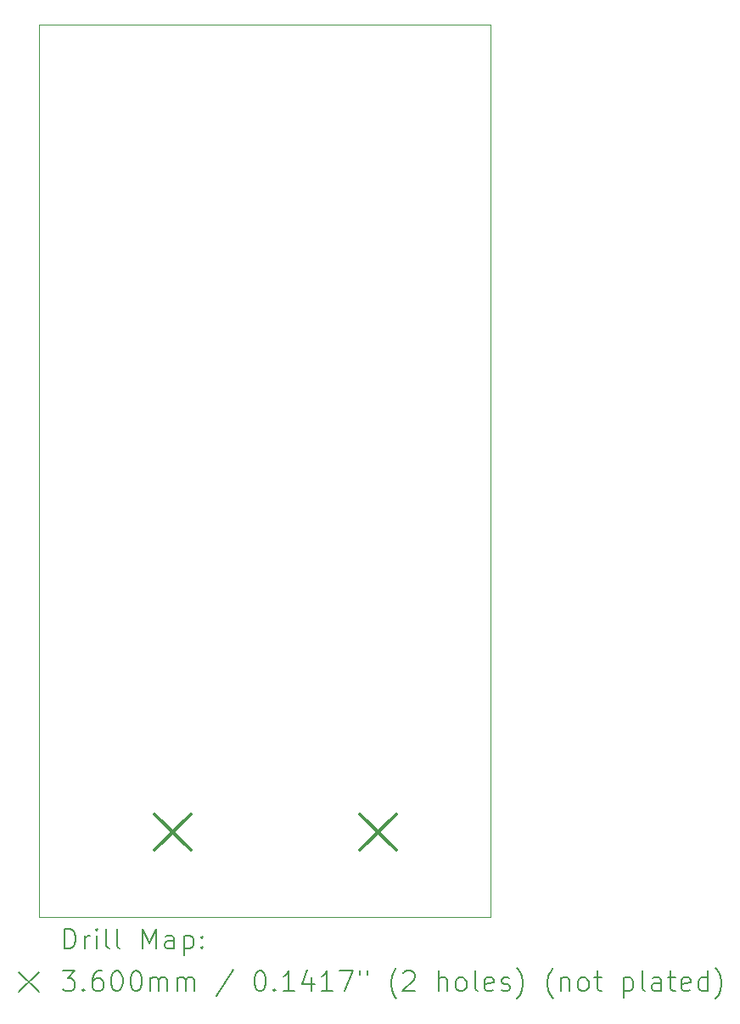
<source format=gbr>
%FSLAX45Y45*%
G04 Gerber Fmt 4.5, Leading zero omitted, Abs format (unit mm)*
G04 Created by KiCad (PCBNEW (6.0.5)) date 2022-08-02 11:39:34*
%MOMM*%
%LPD*%
G01*
G04 APERTURE LIST*
%TA.AperFunction,Profile*%
%ADD10C,0.100000*%
%TD*%
%ADD11C,0.200000*%
%ADD12C,0.360000*%
G04 APERTURE END LIST*
D10*
X9955000Y-5990000D02*
X14455000Y-5990000D01*
X14455000Y-5990000D02*
X14455000Y-14890000D01*
X14455000Y-14890000D02*
X9955000Y-14890000D01*
X9955000Y-14890000D02*
X9955000Y-5990000D01*
D11*
D12*
X11105000Y-13862000D02*
X11465000Y-14222000D01*
X11465000Y-13862000D02*
X11105000Y-14222000D01*
X13155000Y-13862000D02*
X13515000Y-14222000D01*
X13515000Y-13862000D02*
X13155000Y-14222000D01*
D11*
X10207619Y-15205476D02*
X10207619Y-15005476D01*
X10255238Y-15005476D01*
X10283810Y-15015000D01*
X10302857Y-15034048D01*
X10312381Y-15053095D01*
X10321905Y-15091190D01*
X10321905Y-15119762D01*
X10312381Y-15157857D01*
X10302857Y-15176905D01*
X10283810Y-15195952D01*
X10255238Y-15205476D01*
X10207619Y-15205476D01*
X10407619Y-15205476D02*
X10407619Y-15072143D01*
X10407619Y-15110238D02*
X10417143Y-15091190D01*
X10426667Y-15081667D01*
X10445714Y-15072143D01*
X10464762Y-15072143D01*
X10531429Y-15205476D02*
X10531429Y-15072143D01*
X10531429Y-15005476D02*
X10521905Y-15015000D01*
X10531429Y-15024524D01*
X10540952Y-15015000D01*
X10531429Y-15005476D01*
X10531429Y-15024524D01*
X10655238Y-15205476D02*
X10636190Y-15195952D01*
X10626667Y-15176905D01*
X10626667Y-15005476D01*
X10760000Y-15205476D02*
X10740952Y-15195952D01*
X10731429Y-15176905D01*
X10731429Y-15005476D01*
X10988571Y-15205476D02*
X10988571Y-15005476D01*
X11055238Y-15148333D01*
X11121905Y-15005476D01*
X11121905Y-15205476D01*
X11302857Y-15205476D02*
X11302857Y-15100714D01*
X11293333Y-15081667D01*
X11274286Y-15072143D01*
X11236190Y-15072143D01*
X11217143Y-15081667D01*
X11302857Y-15195952D02*
X11283809Y-15205476D01*
X11236190Y-15205476D01*
X11217143Y-15195952D01*
X11207619Y-15176905D01*
X11207619Y-15157857D01*
X11217143Y-15138809D01*
X11236190Y-15129286D01*
X11283809Y-15129286D01*
X11302857Y-15119762D01*
X11398095Y-15072143D02*
X11398095Y-15272143D01*
X11398095Y-15081667D02*
X11417143Y-15072143D01*
X11455238Y-15072143D01*
X11474286Y-15081667D01*
X11483809Y-15091190D01*
X11493333Y-15110238D01*
X11493333Y-15167381D01*
X11483809Y-15186428D01*
X11474286Y-15195952D01*
X11455238Y-15205476D01*
X11417143Y-15205476D01*
X11398095Y-15195952D01*
X11579048Y-15186428D02*
X11588571Y-15195952D01*
X11579048Y-15205476D01*
X11569524Y-15195952D01*
X11579048Y-15186428D01*
X11579048Y-15205476D01*
X11579048Y-15081667D02*
X11588571Y-15091190D01*
X11579048Y-15100714D01*
X11569524Y-15091190D01*
X11579048Y-15081667D01*
X11579048Y-15100714D01*
X9750000Y-15435000D02*
X9950000Y-15635000D01*
X9950000Y-15435000D02*
X9750000Y-15635000D01*
X10188571Y-15425476D02*
X10312381Y-15425476D01*
X10245714Y-15501667D01*
X10274286Y-15501667D01*
X10293333Y-15511190D01*
X10302857Y-15520714D01*
X10312381Y-15539762D01*
X10312381Y-15587381D01*
X10302857Y-15606428D01*
X10293333Y-15615952D01*
X10274286Y-15625476D01*
X10217143Y-15625476D01*
X10198095Y-15615952D01*
X10188571Y-15606428D01*
X10398095Y-15606428D02*
X10407619Y-15615952D01*
X10398095Y-15625476D01*
X10388571Y-15615952D01*
X10398095Y-15606428D01*
X10398095Y-15625476D01*
X10579048Y-15425476D02*
X10540952Y-15425476D01*
X10521905Y-15435000D01*
X10512381Y-15444524D01*
X10493333Y-15473095D01*
X10483810Y-15511190D01*
X10483810Y-15587381D01*
X10493333Y-15606428D01*
X10502857Y-15615952D01*
X10521905Y-15625476D01*
X10560000Y-15625476D01*
X10579048Y-15615952D01*
X10588571Y-15606428D01*
X10598095Y-15587381D01*
X10598095Y-15539762D01*
X10588571Y-15520714D01*
X10579048Y-15511190D01*
X10560000Y-15501667D01*
X10521905Y-15501667D01*
X10502857Y-15511190D01*
X10493333Y-15520714D01*
X10483810Y-15539762D01*
X10721905Y-15425476D02*
X10740952Y-15425476D01*
X10760000Y-15435000D01*
X10769524Y-15444524D01*
X10779048Y-15463571D01*
X10788571Y-15501667D01*
X10788571Y-15549286D01*
X10779048Y-15587381D01*
X10769524Y-15606428D01*
X10760000Y-15615952D01*
X10740952Y-15625476D01*
X10721905Y-15625476D01*
X10702857Y-15615952D01*
X10693333Y-15606428D01*
X10683810Y-15587381D01*
X10674286Y-15549286D01*
X10674286Y-15501667D01*
X10683810Y-15463571D01*
X10693333Y-15444524D01*
X10702857Y-15435000D01*
X10721905Y-15425476D01*
X10912381Y-15425476D02*
X10931429Y-15425476D01*
X10950476Y-15435000D01*
X10960000Y-15444524D01*
X10969524Y-15463571D01*
X10979048Y-15501667D01*
X10979048Y-15549286D01*
X10969524Y-15587381D01*
X10960000Y-15606428D01*
X10950476Y-15615952D01*
X10931429Y-15625476D01*
X10912381Y-15625476D01*
X10893333Y-15615952D01*
X10883810Y-15606428D01*
X10874286Y-15587381D01*
X10864762Y-15549286D01*
X10864762Y-15501667D01*
X10874286Y-15463571D01*
X10883810Y-15444524D01*
X10893333Y-15435000D01*
X10912381Y-15425476D01*
X11064762Y-15625476D02*
X11064762Y-15492143D01*
X11064762Y-15511190D02*
X11074286Y-15501667D01*
X11093333Y-15492143D01*
X11121905Y-15492143D01*
X11140952Y-15501667D01*
X11150476Y-15520714D01*
X11150476Y-15625476D01*
X11150476Y-15520714D02*
X11160000Y-15501667D01*
X11179048Y-15492143D01*
X11207619Y-15492143D01*
X11226667Y-15501667D01*
X11236190Y-15520714D01*
X11236190Y-15625476D01*
X11331428Y-15625476D02*
X11331428Y-15492143D01*
X11331428Y-15511190D02*
X11340952Y-15501667D01*
X11360000Y-15492143D01*
X11388571Y-15492143D01*
X11407619Y-15501667D01*
X11417143Y-15520714D01*
X11417143Y-15625476D01*
X11417143Y-15520714D02*
X11426667Y-15501667D01*
X11445714Y-15492143D01*
X11474286Y-15492143D01*
X11493333Y-15501667D01*
X11502857Y-15520714D01*
X11502857Y-15625476D01*
X11893333Y-15415952D02*
X11721905Y-15673095D01*
X12150476Y-15425476D02*
X12169524Y-15425476D01*
X12188571Y-15435000D01*
X12198095Y-15444524D01*
X12207619Y-15463571D01*
X12217143Y-15501667D01*
X12217143Y-15549286D01*
X12207619Y-15587381D01*
X12198095Y-15606428D01*
X12188571Y-15615952D01*
X12169524Y-15625476D01*
X12150476Y-15625476D01*
X12131428Y-15615952D01*
X12121905Y-15606428D01*
X12112381Y-15587381D01*
X12102857Y-15549286D01*
X12102857Y-15501667D01*
X12112381Y-15463571D01*
X12121905Y-15444524D01*
X12131428Y-15435000D01*
X12150476Y-15425476D01*
X12302857Y-15606428D02*
X12312381Y-15615952D01*
X12302857Y-15625476D01*
X12293333Y-15615952D01*
X12302857Y-15606428D01*
X12302857Y-15625476D01*
X12502857Y-15625476D02*
X12388571Y-15625476D01*
X12445714Y-15625476D02*
X12445714Y-15425476D01*
X12426667Y-15454048D01*
X12407619Y-15473095D01*
X12388571Y-15482619D01*
X12674286Y-15492143D02*
X12674286Y-15625476D01*
X12626667Y-15415952D02*
X12579048Y-15558809D01*
X12702857Y-15558809D01*
X12883809Y-15625476D02*
X12769524Y-15625476D01*
X12826667Y-15625476D02*
X12826667Y-15425476D01*
X12807619Y-15454048D01*
X12788571Y-15473095D01*
X12769524Y-15482619D01*
X12950476Y-15425476D02*
X13083809Y-15425476D01*
X12998095Y-15625476D01*
X13150476Y-15425476D02*
X13150476Y-15463571D01*
X13226667Y-15425476D02*
X13226667Y-15463571D01*
X13521905Y-15701667D02*
X13512381Y-15692143D01*
X13493333Y-15663571D01*
X13483809Y-15644524D01*
X13474286Y-15615952D01*
X13464762Y-15568333D01*
X13464762Y-15530238D01*
X13474286Y-15482619D01*
X13483809Y-15454048D01*
X13493333Y-15435000D01*
X13512381Y-15406428D01*
X13521905Y-15396905D01*
X13588571Y-15444524D02*
X13598095Y-15435000D01*
X13617143Y-15425476D01*
X13664762Y-15425476D01*
X13683809Y-15435000D01*
X13693333Y-15444524D01*
X13702857Y-15463571D01*
X13702857Y-15482619D01*
X13693333Y-15511190D01*
X13579048Y-15625476D01*
X13702857Y-15625476D01*
X13940952Y-15625476D02*
X13940952Y-15425476D01*
X14026667Y-15625476D02*
X14026667Y-15520714D01*
X14017143Y-15501667D01*
X13998095Y-15492143D01*
X13969524Y-15492143D01*
X13950476Y-15501667D01*
X13940952Y-15511190D01*
X14150476Y-15625476D02*
X14131428Y-15615952D01*
X14121905Y-15606428D01*
X14112381Y-15587381D01*
X14112381Y-15530238D01*
X14121905Y-15511190D01*
X14131428Y-15501667D01*
X14150476Y-15492143D01*
X14179048Y-15492143D01*
X14198095Y-15501667D01*
X14207619Y-15511190D01*
X14217143Y-15530238D01*
X14217143Y-15587381D01*
X14207619Y-15606428D01*
X14198095Y-15615952D01*
X14179048Y-15625476D01*
X14150476Y-15625476D01*
X14331428Y-15625476D02*
X14312381Y-15615952D01*
X14302857Y-15596905D01*
X14302857Y-15425476D01*
X14483809Y-15615952D02*
X14464762Y-15625476D01*
X14426667Y-15625476D01*
X14407619Y-15615952D01*
X14398095Y-15596905D01*
X14398095Y-15520714D01*
X14407619Y-15501667D01*
X14426667Y-15492143D01*
X14464762Y-15492143D01*
X14483809Y-15501667D01*
X14493333Y-15520714D01*
X14493333Y-15539762D01*
X14398095Y-15558809D01*
X14569524Y-15615952D02*
X14588571Y-15625476D01*
X14626667Y-15625476D01*
X14645714Y-15615952D01*
X14655238Y-15596905D01*
X14655238Y-15587381D01*
X14645714Y-15568333D01*
X14626667Y-15558809D01*
X14598095Y-15558809D01*
X14579048Y-15549286D01*
X14569524Y-15530238D01*
X14569524Y-15520714D01*
X14579048Y-15501667D01*
X14598095Y-15492143D01*
X14626667Y-15492143D01*
X14645714Y-15501667D01*
X14721905Y-15701667D02*
X14731428Y-15692143D01*
X14750476Y-15663571D01*
X14760000Y-15644524D01*
X14769524Y-15615952D01*
X14779048Y-15568333D01*
X14779048Y-15530238D01*
X14769524Y-15482619D01*
X14760000Y-15454048D01*
X14750476Y-15435000D01*
X14731428Y-15406428D01*
X14721905Y-15396905D01*
X15083809Y-15701667D02*
X15074286Y-15692143D01*
X15055238Y-15663571D01*
X15045714Y-15644524D01*
X15036190Y-15615952D01*
X15026667Y-15568333D01*
X15026667Y-15530238D01*
X15036190Y-15482619D01*
X15045714Y-15454048D01*
X15055238Y-15435000D01*
X15074286Y-15406428D01*
X15083809Y-15396905D01*
X15160000Y-15492143D02*
X15160000Y-15625476D01*
X15160000Y-15511190D02*
X15169524Y-15501667D01*
X15188571Y-15492143D01*
X15217143Y-15492143D01*
X15236190Y-15501667D01*
X15245714Y-15520714D01*
X15245714Y-15625476D01*
X15369524Y-15625476D02*
X15350476Y-15615952D01*
X15340952Y-15606428D01*
X15331428Y-15587381D01*
X15331428Y-15530238D01*
X15340952Y-15511190D01*
X15350476Y-15501667D01*
X15369524Y-15492143D01*
X15398095Y-15492143D01*
X15417143Y-15501667D01*
X15426667Y-15511190D01*
X15436190Y-15530238D01*
X15436190Y-15587381D01*
X15426667Y-15606428D01*
X15417143Y-15615952D01*
X15398095Y-15625476D01*
X15369524Y-15625476D01*
X15493333Y-15492143D02*
X15569524Y-15492143D01*
X15521905Y-15425476D02*
X15521905Y-15596905D01*
X15531428Y-15615952D01*
X15550476Y-15625476D01*
X15569524Y-15625476D01*
X15788571Y-15492143D02*
X15788571Y-15692143D01*
X15788571Y-15501667D02*
X15807619Y-15492143D01*
X15845714Y-15492143D01*
X15864762Y-15501667D01*
X15874286Y-15511190D01*
X15883809Y-15530238D01*
X15883809Y-15587381D01*
X15874286Y-15606428D01*
X15864762Y-15615952D01*
X15845714Y-15625476D01*
X15807619Y-15625476D01*
X15788571Y-15615952D01*
X15998095Y-15625476D02*
X15979048Y-15615952D01*
X15969524Y-15596905D01*
X15969524Y-15425476D01*
X16160000Y-15625476D02*
X16160000Y-15520714D01*
X16150476Y-15501667D01*
X16131428Y-15492143D01*
X16093333Y-15492143D01*
X16074286Y-15501667D01*
X16160000Y-15615952D02*
X16140952Y-15625476D01*
X16093333Y-15625476D01*
X16074286Y-15615952D01*
X16064762Y-15596905D01*
X16064762Y-15577857D01*
X16074286Y-15558809D01*
X16093333Y-15549286D01*
X16140952Y-15549286D01*
X16160000Y-15539762D01*
X16226667Y-15492143D02*
X16302857Y-15492143D01*
X16255238Y-15425476D02*
X16255238Y-15596905D01*
X16264762Y-15615952D01*
X16283809Y-15625476D01*
X16302857Y-15625476D01*
X16445714Y-15615952D02*
X16426667Y-15625476D01*
X16388571Y-15625476D01*
X16369524Y-15615952D01*
X16360000Y-15596905D01*
X16360000Y-15520714D01*
X16369524Y-15501667D01*
X16388571Y-15492143D01*
X16426667Y-15492143D01*
X16445714Y-15501667D01*
X16455238Y-15520714D01*
X16455238Y-15539762D01*
X16360000Y-15558809D01*
X16626667Y-15625476D02*
X16626667Y-15425476D01*
X16626667Y-15615952D02*
X16607619Y-15625476D01*
X16569524Y-15625476D01*
X16550476Y-15615952D01*
X16540952Y-15606428D01*
X16531428Y-15587381D01*
X16531428Y-15530238D01*
X16540952Y-15511190D01*
X16550476Y-15501667D01*
X16569524Y-15492143D01*
X16607619Y-15492143D01*
X16626667Y-15501667D01*
X16702857Y-15701667D02*
X16712381Y-15692143D01*
X16731428Y-15663571D01*
X16740952Y-15644524D01*
X16750476Y-15615952D01*
X16760000Y-15568333D01*
X16760000Y-15530238D01*
X16750476Y-15482619D01*
X16740952Y-15454048D01*
X16731428Y-15435000D01*
X16712381Y-15406428D01*
X16702857Y-15396905D01*
M02*

</source>
